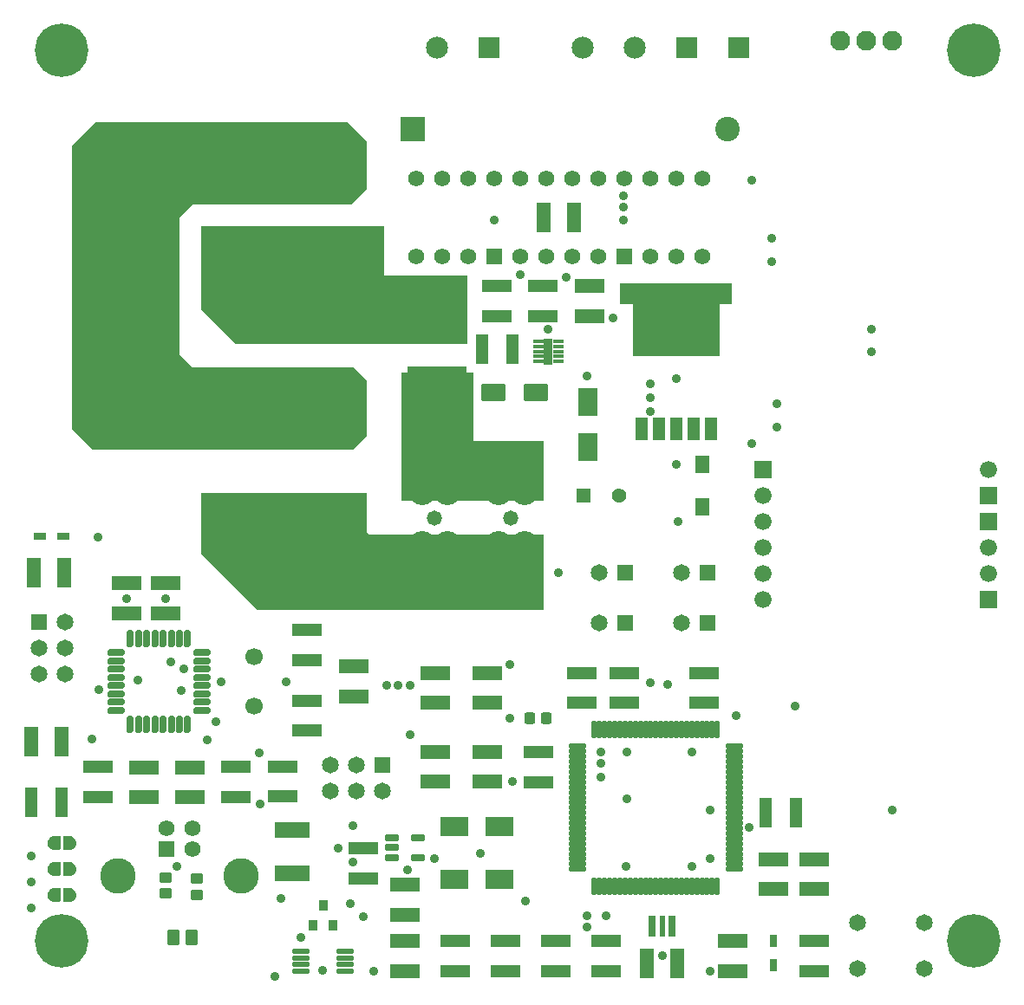
<source format=gbr>
%TF.GenerationSoftware,Altium Limited,Altium Designer,25.2.1 (25)*%
G04 Layer_Color=8388736*
%FSLAX43Y43*%
%MOMM*%
%TF.SameCoordinates,6D6D3FC4-1071-40F2-90B5-7F3D85A4C3A5*%
%TF.FilePolarity,Negative*%
%TF.FileFunction,Soldermask,Top*%
%TF.Part,Single*%
G01*
G75*
%TA.AperFunction,SMDPad,CuDef*%
%ADD82R,0.840X2.590*%
%ADD83R,1.000X0.450*%
%ADD84R,5.750X2.850*%
G04:AMPARAMS|DCode=85|XSize=2.36mm|YSize=1.68mm|CornerRadius=0.19mm|HoleSize=0mm|Usage=FLASHONLY|Rotation=180.000|XOffset=0mm|YOffset=0mm|HoleType=Round|Shape=RoundedRectangle|*
%AMROUNDEDRECTD85*
21,1,2.360,1.301,0,0,180.0*
21,1,1.981,1.680,0,0,180.0*
1,1,0.380,-0.990,0.650*
1,1,0.380,0.990,0.650*
1,1,0.380,0.990,-0.650*
1,1,0.380,-0.990,-0.650*
%
%ADD85ROUNDEDRECTD85*%
%ADD86R,1.950X2.800*%
%ADD87R,1.385X2.060*%
%ADD88R,8.480X7.140*%
%ADD89R,1.170X2.310*%
G04:AMPARAMS|DCode=90|XSize=1.05mm|YSize=1.12mm|CornerRadius=0.21mm|HoleSize=0mm|Usage=FLASHONLY|Rotation=180.000|XOffset=0mm|YOffset=0mm|HoleType=Round|Shape=RoundedRectangle|*
%AMROUNDEDRECTD90*
21,1,1.050,0.700,0,0,180.0*
21,1,0.630,1.120,0,0,180.0*
1,1,0.420,-0.315,0.350*
1,1,0.420,0.315,0.350*
1,1,0.420,0.315,-0.350*
1,1,0.420,-0.315,-0.350*
%
%ADD90ROUNDEDRECTD90*%
%ADD91R,0.650X1.275*%
%ADD92R,1.275X0.650*%
G04:AMPARAMS|DCode=93|XSize=1.62mm|YSize=0.7mm|CornerRadius=0.144mm|HoleSize=0mm|Usage=FLASHONLY|Rotation=180.000|XOffset=0mm|YOffset=0mm|HoleType=Round|Shape=RoundedRectangle|*
%AMROUNDEDRECTD93*
21,1,1.620,0.413,0,0,180.0*
21,1,1.333,0.700,0,0,180.0*
1,1,0.288,-0.666,0.206*
1,1,0.288,0.666,0.206*
1,1,0.288,0.666,-0.206*
1,1,0.288,-0.666,-0.206*
%
%ADD93ROUNDEDRECTD93*%
G04:AMPARAMS|DCode=94|XSize=0.7mm|YSize=1.62mm|CornerRadius=0.144mm|HoleSize=0mm|Usage=FLASHONLY|Rotation=180.000|XOffset=0mm|YOffset=0mm|HoleType=Round|Shape=RoundedRectangle|*
%AMROUNDEDRECTD94*
21,1,0.700,1.333,0,0,180.0*
21,1,0.413,1.620,0,0,180.0*
1,1,0.288,-0.206,0.666*
1,1,0.288,0.206,0.666*
1,1,0.288,0.206,-0.666*
1,1,0.288,-0.206,-0.666*
%
%ADD94ROUNDEDRECTD94*%
%ADD95R,0.950X1.050*%
%ADD96R,2.800X1.950*%
%ADD97R,2.870X1.310*%
%ADD98R,2.910X1.380*%
%ADD99R,1.380X2.910*%
G04:AMPARAMS|DCode=100|XSize=1.02mm|YSize=1.17mm|CornerRadius=0.184mm|HoleSize=0mm|Usage=FLASHONLY|Rotation=90.000|XOffset=0mm|YOffset=0mm|HoleType=Round|Shape=RoundedRectangle|*
%AMROUNDEDRECTD100*
21,1,1.020,0.803,0,0,90.0*
21,1,0.653,1.170,0,0,90.0*
1,1,0.368,0.401,0.326*
1,1,0.368,0.401,-0.326*
1,1,0.368,-0.401,-0.326*
1,1,0.368,-0.401,0.326*
%
%ADD100ROUNDEDRECTD100*%
G04:AMPARAMS|DCode=101|XSize=1.166mm|YSize=1.547mm|CornerRadius=0.202mm|HoleSize=0mm|Usage=FLASHONLY|Rotation=180.000|XOffset=0mm|YOffset=0mm|HoleType=Round|Shape=RoundedRectangle|*
%AMROUNDEDRECTD101*
21,1,1.166,1.143,0,0,180.0*
21,1,0.762,1.547,0,0,180.0*
1,1,0.404,-0.381,0.572*
1,1,0.404,0.381,0.572*
1,1,0.404,0.381,-0.572*
1,1,0.404,-0.381,-0.572*
%
%ADD101ROUNDEDRECTD101*%
%ADD102R,3.350X1.650*%
%ADD103R,1.310X2.870*%
%ADD104R,1.450X1.800*%
G04:AMPARAMS|DCode=105|XSize=1.62mm|YSize=0.55mm|CornerRadius=0.125mm|HoleSize=0mm|Usage=FLASHONLY|Rotation=0.000|XOffset=0mm|YOffset=0mm|HoleType=Round|Shape=RoundedRectangle|*
%AMROUNDEDRECTD105*
21,1,1.620,0.300,0,0,0.0*
21,1,1.370,0.550,0,0,0.0*
1,1,0.250,0.685,-0.150*
1,1,0.250,-0.685,-0.150*
1,1,0.250,-0.685,0.150*
1,1,0.250,0.685,0.150*
%
%ADD105ROUNDEDRECTD105*%
G04:AMPARAMS|DCode=106|XSize=0.43mm|YSize=1.75mm|CornerRadius=0.11mm|HoleSize=0mm|Usage=FLASHONLY|Rotation=0.000|XOffset=0mm|YOffset=0mm|HoleType=Round|Shape=RoundedRectangle|*
%AMROUNDEDRECTD106*
21,1,0.430,1.530,0,0,0.0*
21,1,0.210,1.750,0,0,0.0*
1,1,0.220,0.105,-0.765*
1,1,0.220,-0.105,-0.765*
1,1,0.220,-0.105,0.765*
1,1,0.220,0.105,0.765*
%
%ADD106ROUNDEDRECTD106*%
G04:AMPARAMS|DCode=107|XSize=1.75mm|YSize=0.43mm|CornerRadius=0.11mm|HoleSize=0mm|Usage=FLASHONLY|Rotation=0.000|XOffset=0mm|YOffset=0mm|HoleType=Round|Shape=RoundedRectangle|*
%AMROUNDEDRECTD107*
21,1,1.750,0.210,0,0,0.0*
21,1,1.530,0.430,0,0,0.0*
1,1,0.220,0.765,-0.105*
1,1,0.220,-0.765,-0.105*
1,1,0.220,-0.765,0.105*
1,1,0.220,0.765,0.105*
%
%ADD107ROUNDEDRECTD107*%
%ADD108R,0.550X2.050*%
%ADD109R,0.750X2.050*%
G04:AMPARAMS|DCode=110|XSize=1.36mm|YSize=0.74mm|CornerRadius=0.223mm|HoleSize=0mm|Usage=FLASHONLY|Rotation=0.000|XOffset=0mm|YOffset=0mm|HoleType=Round|Shape=RoundedRectangle|*
%AMROUNDEDRECTD110*
21,1,1.360,0.295,0,0,0.0*
21,1,0.915,0.740,0,0,0.0*
1,1,0.445,0.458,-0.148*
1,1,0.445,-0.458,-0.148*
1,1,0.445,-0.458,0.148*
1,1,0.445,0.458,0.148*
%
%ADD110ROUNDEDRECTD110*%
%TA.AperFunction,ComponentPad*%
%ADD111C,1.650*%
%ADD112R,1.650X1.650*%
%ADD113C,2.550*%
%ADD114C,1.475*%
%ADD115C,1.558*%
%ADD116R,1.558X1.558*%
%ADD117C,3.466*%
%ADD118C,1.674*%
%ADD119R,1.674X1.674*%
%ADD120C,3.150*%
%ADD121R,3.150X3.150*%
%ADD122C,1.575*%
%ADD123R,1.575X1.575*%
%ADD124C,2.150*%
%ADD125R,2.150X2.150*%
%ADD126R,2.400X2.400*%
%ADD127C,2.400*%
%ADD128R,1.650X1.650*%
%ADD129C,1.650*%
%ADD130C,1.700*%
%ADD131C,1.950*%
%ADD132C,1.425*%
%ADD133R,1.425X1.425*%
%TA.AperFunction,ViaPad*%
%ADD134C,5.230*%
%ADD135C,0.900*%
G36*
X35941Y69523D02*
X44069D01*
Y62865D01*
X21463D01*
X18140Y66188D01*
Y74300D01*
X35941D01*
Y69523D01*
D02*
G37*
G36*
X32380Y84460D02*
X34300Y82540D01*
Y77988D01*
X32812Y76500D01*
X17318D01*
X16000Y75182D01*
Y61724D01*
X17224Y60500D01*
X33000D01*
X34300Y59200D01*
Y53858D01*
X32902Y52460D01*
X7484D01*
X5500Y54444D01*
Y82208D01*
X7752Y84460D01*
X32380D01*
Y84460D01*
D02*
G37*
G36*
X44648Y53340D02*
X51562D01*
Y47498D01*
X37648D01*
Y60000D01*
X44648D01*
Y53340D01*
D02*
G37*
G36*
X34300Y44450D02*
X34554Y44196D01*
X51562D01*
Y36807D01*
X23633D01*
X18140Y42300D01*
Y48300D01*
X34300D01*
Y44450D01*
D02*
G37*
G36*
X5293Y14754D02*
X5386Y14740D01*
X5398Y14737D01*
X5488Y14708D01*
X5498Y14703D01*
X5583Y14660D01*
X5589Y14656D01*
X5593Y14654D01*
X5669Y14599D01*
X5678Y14591D01*
X5745Y14524D01*
X5753Y14515D01*
X5753Y14515D01*
X5808Y14439D01*
X5810Y14435D01*
X5814Y14429D01*
X5857Y14344D01*
X5862Y14334D01*
X5891Y14244D01*
X5894Y14232D01*
X5908Y14139D01*
X5909Y14127D01*
Y14127D01*
D01*
Y14033D01*
X5908Y14021D01*
X5894Y13928D01*
X5891Y13916D01*
X5862Y13826D01*
X5857Y13816D01*
X5814Y13731D01*
X5810Y13725D01*
X5808Y13721D01*
X5753Y13645D01*
X5745Y13636D01*
X5678Y13569D01*
X5669Y13561D01*
X5669Y13561D01*
X5593Y13506D01*
X5589Y13504D01*
X5583Y13500D01*
X5498Y13457D01*
X5488Y13452D01*
X5398Y13423D01*
X5386Y13420D01*
X5293Y13406D01*
X5281Y13405D01*
X5281D01*
X5281D01*
X5234Y13405D01*
X4726D01*
X4714Y13406D01*
X4703Y13408D01*
X4692Y13413D01*
X4682Y13419D01*
X4673Y13427D01*
X4665Y13436D01*
X4659Y13446D01*
X4654Y13457D01*
X4652Y13468D01*
X4651Y13480D01*
Y14680D01*
X4652Y14692D01*
X4654Y14703D01*
X4659Y14714D01*
X4665Y14724D01*
X4673Y14733D01*
X4682Y14741D01*
X4692Y14747D01*
X4703Y14752D01*
X4714Y14754D01*
X4726Y14755D01*
X5281D01*
X5293Y14754D01*
D02*
G37*
G36*
X4286D02*
X4297Y14752D01*
X4308Y14747D01*
X4318Y14741D01*
X4327Y14733D01*
X4335Y14724D01*
X4341Y14714D01*
X4346Y14703D01*
X4348Y14692D01*
X4349Y14680D01*
Y13480D01*
X4348Y13468D01*
X4346Y13457D01*
X4341Y13446D01*
X4335Y13436D01*
X4327Y13427D01*
X4318Y13419D01*
X4308Y13413D01*
X4297Y13408D01*
X4286Y13406D01*
X4274Y13405D01*
X3766D01*
X3766Y13405D01*
X3719D01*
D01*
X3719D01*
X3707Y13406D01*
X3614Y13420D01*
X3602Y13423D01*
X3512Y13452D01*
X3502Y13457D01*
X3417Y13500D01*
X3411Y13504D01*
X3407Y13506D01*
X3331Y13561D01*
X3331Y13561D01*
X3322Y13569D01*
X3255Y13636D01*
X3247Y13645D01*
X3192Y13721D01*
X3190Y13725D01*
X3186Y13731D01*
X3143Y13816D01*
X3138Y13826D01*
X3109Y13916D01*
X3106Y13928D01*
X3092Y14021D01*
X3091Y14033D01*
Y14127D01*
D01*
Y14127D01*
X3092Y14139D01*
X3106Y14232D01*
X3109Y14244D01*
X3138Y14334D01*
X3143Y14344D01*
X3186Y14429D01*
X3190Y14435D01*
X3192Y14439D01*
X3247Y14515D01*
X3247Y14515D01*
X3255Y14524D01*
X3322Y14591D01*
X3331Y14599D01*
X3407Y14654D01*
X3411Y14656D01*
X3417Y14660D01*
X3502Y14703D01*
X3512Y14708D01*
X3602Y14737D01*
X3614Y14740D01*
X3707Y14754D01*
X3719Y14755D01*
X4274D01*
X4286Y14754D01*
D02*
G37*
G36*
X5293Y12214D02*
X5386Y12200D01*
X5398Y12197D01*
X5488Y12168D01*
X5498Y12163D01*
X5583Y12120D01*
X5589Y12116D01*
X5593Y12114D01*
X5669Y12059D01*
X5678Y12051D01*
X5745Y11984D01*
X5753Y11975D01*
X5753Y11975D01*
X5808Y11899D01*
X5810Y11895D01*
X5814Y11889D01*
X5857Y11804D01*
X5862Y11794D01*
X5891Y11704D01*
X5894Y11692D01*
X5908Y11599D01*
X5909Y11587D01*
Y11587D01*
D01*
Y11493D01*
X5908Y11481D01*
X5894Y11388D01*
X5891Y11376D01*
X5862Y11286D01*
X5857Y11276D01*
X5814Y11191D01*
X5810Y11185D01*
X5808Y11181D01*
X5753Y11105D01*
X5745Y11096D01*
X5678Y11029D01*
X5669Y11021D01*
X5669Y11021D01*
X5593Y10966D01*
X5589Y10964D01*
X5583Y10960D01*
X5498Y10917D01*
X5488Y10912D01*
X5398Y10883D01*
X5386Y10880D01*
X5293Y10866D01*
X5281Y10865D01*
X5281D01*
X5281D01*
X5234Y10865D01*
X4726D01*
X4714Y10866D01*
X4703Y10868D01*
X4692Y10873D01*
X4682Y10879D01*
X4673Y10887D01*
X4665Y10896D01*
X4659Y10906D01*
X4654Y10917D01*
X4652Y10928D01*
X4651Y10940D01*
Y12140D01*
X4652Y12152D01*
X4654Y12163D01*
X4659Y12174D01*
X4665Y12184D01*
X4673Y12193D01*
X4682Y12201D01*
X4692Y12207D01*
X4703Y12212D01*
X4714Y12214D01*
X4726Y12215D01*
X5281D01*
X5293Y12214D01*
D02*
G37*
G36*
X4286D02*
X4297Y12212D01*
X4308Y12207D01*
X4318Y12201D01*
X4327Y12193D01*
X4335Y12184D01*
X4341Y12174D01*
X4346Y12163D01*
X4348Y12152D01*
X4349Y12140D01*
Y10940D01*
X4348Y10928D01*
X4346Y10917D01*
X4341Y10906D01*
X4335Y10896D01*
X4327Y10887D01*
X4318Y10879D01*
X4308Y10873D01*
X4297Y10868D01*
X4286Y10866D01*
X4274Y10865D01*
X3766D01*
X3766Y10865D01*
X3719D01*
D01*
X3719D01*
X3707Y10866D01*
X3614Y10880D01*
X3602Y10883D01*
X3512Y10912D01*
X3502Y10917D01*
X3417Y10960D01*
X3411Y10964D01*
X3407Y10966D01*
X3331Y11021D01*
X3331Y11021D01*
X3322Y11029D01*
X3255Y11096D01*
X3247Y11105D01*
X3192Y11181D01*
X3190Y11185D01*
X3186Y11191D01*
X3143Y11276D01*
X3138Y11286D01*
X3109Y11376D01*
X3106Y11388D01*
X3092Y11481D01*
X3091Y11493D01*
Y11587D01*
D01*
Y11587D01*
X3092Y11599D01*
X3106Y11692D01*
X3109Y11704D01*
X3138Y11794D01*
X3143Y11804D01*
X3186Y11889D01*
X3190Y11895D01*
X3192Y11899D01*
X3247Y11975D01*
X3247Y11975D01*
X3255Y11984D01*
X3322Y12051D01*
X3331Y12059D01*
X3407Y12114D01*
X3411Y12116D01*
X3417Y12120D01*
X3502Y12163D01*
X3512Y12168D01*
X3602Y12197D01*
X3614Y12200D01*
X3707Y12214D01*
X3719Y12215D01*
X4274D01*
X4286Y12214D01*
D02*
G37*
G36*
X5293Y9674D02*
X5386Y9660D01*
X5398Y9657D01*
X5488Y9628D01*
X5498Y9623D01*
X5583Y9580D01*
X5589Y9576D01*
X5593Y9574D01*
X5669Y9519D01*
X5669Y9519D01*
X5678Y9511D01*
X5745Y9444D01*
X5753Y9435D01*
X5808Y9359D01*
X5810Y9355D01*
X5814Y9349D01*
X5857Y9264D01*
X5862Y9254D01*
X5891Y9164D01*
X5894Y9152D01*
X5908Y9059D01*
X5909Y9047D01*
Y8953D01*
D01*
Y8953D01*
X5908Y8941D01*
X5894Y8848D01*
X5891Y8836D01*
X5862Y8746D01*
X5857Y8736D01*
X5814Y8651D01*
X5810Y8645D01*
X5808Y8641D01*
X5753Y8565D01*
X5753Y8565D01*
X5745Y8556D01*
X5678Y8489D01*
X5669Y8481D01*
X5593Y8426D01*
X5589Y8424D01*
X5583Y8420D01*
X5498Y8377D01*
X5488Y8372D01*
X5398Y8343D01*
X5386Y8340D01*
X5293Y8326D01*
X5281Y8325D01*
X4726D01*
X4714Y8326D01*
X4703Y8328D01*
X4692Y8333D01*
X4682Y8339D01*
X4673Y8347D01*
X4665Y8356D01*
X4659Y8366D01*
X4654Y8377D01*
X4652Y8388D01*
X4651Y8400D01*
Y9600D01*
X4652Y9612D01*
X4654Y9623D01*
X4659Y9634D01*
X4665Y9644D01*
X4673Y9653D01*
X4682Y9661D01*
X4692Y9667D01*
X4703Y9672D01*
X4714Y9674D01*
X4726Y9675D01*
X5234D01*
X5234Y9675D01*
X5281D01*
D01*
X5281D01*
X5293Y9674D01*
D02*
G37*
G36*
X3766Y9675D02*
X4274D01*
X4286Y9674D01*
X4297Y9672D01*
X4308Y9667D01*
X4318Y9661D01*
X4327Y9653D01*
X4335Y9644D01*
X4341Y9634D01*
X4346Y9623D01*
X4348Y9612D01*
X4349Y9600D01*
Y8400D01*
X4348Y8388D01*
X4346Y8377D01*
X4341Y8366D01*
X4335Y8356D01*
X4327Y8347D01*
X4318Y8339D01*
X4308Y8333D01*
X4297Y8328D01*
X4286Y8326D01*
X4274Y8325D01*
X3719D01*
X3707Y8326D01*
X3614Y8340D01*
X3602Y8343D01*
X3512Y8372D01*
X3502Y8377D01*
X3417Y8420D01*
X3411Y8424D01*
X3407Y8426D01*
X3331Y8481D01*
X3322Y8489D01*
X3255Y8556D01*
X3247Y8565D01*
X3247Y8565D01*
X3192Y8641D01*
X3190Y8645D01*
X3186Y8651D01*
X3143Y8736D01*
X3138Y8746D01*
X3109Y8836D01*
X3106Y8848D01*
X3092Y8941D01*
X3091Y8953D01*
Y8953D01*
D01*
Y9047D01*
X3092Y9059D01*
X3106Y9152D01*
X3109Y9164D01*
X3138Y9254D01*
X3143Y9264D01*
X3186Y9349D01*
X3190Y9355D01*
X3192Y9359D01*
X3247Y9435D01*
X3255Y9444D01*
X3322Y9511D01*
X3331Y9519D01*
X3331Y9519D01*
X3407Y9574D01*
X3411Y9576D01*
X3417Y9580D01*
X3502Y9623D01*
X3512Y9628D01*
X3602Y9657D01*
X3614Y9660D01*
X3707Y9674D01*
X3719Y9675D01*
X3719D01*
X3719D01*
X3766Y9675D01*
D02*
G37*
D82*
X52000Y62100D02*
D03*
D83*
X52950Y63100D02*
D03*
Y62600D02*
D03*
Y62100D02*
D03*
Y61600D02*
D03*
Y61100D02*
D03*
X51050D02*
D03*
Y61600D02*
D03*
Y62100D02*
D03*
Y62600D02*
D03*
Y63100D02*
D03*
D84*
X41148Y67523D02*
D03*
Y59223D02*
D03*
D85*
X46650Y58100D02*
D03*
X50750D02*
D03*
D86*
X55880Y52791D02*
D03*
Y57191D02*
D03*
D87*
X59717Y67715D02*
D03*
X69283D02*
D03*
D88*
X64500Y65175D02*
D03*
D89*
X67900Y54500D02*
D03*
X66200D02*
D03*
X64500D02*
D03*
X62800D02*
D03*
X61100D02*
D03*
D90*
X50215Y26289D02*
D03*
X51785D02*
D03*
D91*
X74000Y2133D02*
D03*
Y4457D02*
D03*
D92*
X2338Y44000D02*
D03*
X4662D02*
D03*
D93*
X9821Y27051D02*
D03*
Y27851D02*
D03*
Y28651D02*
D03*
Y29451D02*
D03*
Y30251D02*
D03*
Y31051D02*
D03*
Y31851D02*
D03*
Y32651D02*
D03*
X18161D02*
D03*
Y31851D02*
D03*
Y31051D02*
D03*
Y30251D02*
D03*
Y29451D02*
D03*
Y28651D02*
D03*
Y27851D02*
D03*
Y27051D02*
D03*
D94*
X16791Y25681D02*
D03*
X15991D02*
D03*
X15191D02*
D03*
X14391D02*
D03*
X13591D02*
D03*
X12791D02*
D03*
X11991D02*
D03*
X11191D02*
D03*
Y34021D02*
D03*
X11991D02*
D03*
X12791D02*
D03*
X13591D02*
D03*
X14391D02*
D03*
X15191D02*
D03*
X15991D02*
D03*
X16791D02*
D03*
D95*
X30000Y8000D02*
D03*
X30950Y6000D02*
D03*
X29050D02*
D03*
D96*
X47200Y10500D02*
D03*
X42800D02*
D03*
Y15700D02*
D03*
X47200D02*
D03*
D97*
X67183Y27735D02*
D03*
Y30685D02*
D03*
X51500Y68475D02*
D03*
Y65525D02*
D03*
X47000D02*
D03*
Y68475D02*
D03*
X28448Y27975D02*
D03*
Y25025D02*
D03*
X21500Y21475D02*
D03*
Y18525D02*
D03*
X78000Y1525D02*
D03*
Y4475D02*
D03*
X26035Y18591D02*
D03*
Y21541D02*
D03*
X8000Y18525D02*
D03*
Y21475D02*
D03*
X28448Y34876D02*
D03*
Y31926D02*
D03*
X57658Y1525D02*
D03*
Y4475D02*
D03*
X51000Y22975D02*
D03*
Y20025D02*
D03*
X33909Y13540D02*
D03*
Y10590D02*
D03*
X55245Y30685D02*
D03*
Y27735D02*
D03*
X59436Y30685D02*
D03*
Y27735D02*
D03*
X52738Y4475D02*
D03*
Y1525D02*
D03*
X47819Y4475D02*
D03*
Y1525D02*
D03*
X42899Y4475D02*
D03*
Y1525D02*
D03*
D98*
X56000Y65534D02*
D03*
Y68466D02*
D03*
X17020Y21466D02*
D03*
Y18534D02*
D03*
X12520Y21466D02*
D03*
Y18534D02*
D03*
X38000Y1534D02*
D03*
Y4466D02*
D03*
X70000Y4492D02*
D03*
Y1560D02*
D03*
X41000Y22966D02*
D03*
Y20034D02*
D03*
X46010Y22966D02*
D03*
Y20034D02*
D03*
Y30676D02*
D03*
Y27744D02*
D03*
X41000Y30676D02*
D03*
Y27744D02*
D03*
X14600Y39466D02*
D03*
Y36534D02*
D03*
X10800Y39466D02*
D03*
Y36534D02*
D03*
X33000Y28385D02*
D03*
Y31317D02*
D03*
X78000Y12466D02*
D03*
Y9534D02*
D03*
X74000Y12466D02*
D03*
Y9534D02*
D03*
X38000Y9966D02*
D03*
Y7034D02*
D03*
D99*
X1767Y40500D02*
D03*
X4699D02*
D03*
X4466Y24000D02*
D03*
X1534D02*
D03*
X51564Y75184D02*
D03*
X54496D02*
D03*
X64585Y2325D02*
D03*
X61653D02*
D03*
D100*
X17653Y10577D02*
D03*
Y9017D02*
D03*
X14605Y10686D02*
D03*
Y9126D02*
D03*
D101*
X15367Y4826D02*
D03*
X17145D02*
D03*
D102*
X27000Y15297D02*
D03*
Y11097D02*
D03*
D103*
X4475Y18000D02*
D03*
X1525D02*
D03*
X48475Y62300D02*
D03*
X45525D02*
D03*
X76150Y17000D02*
D03*
X73200D02*
D03*
D104*
X67000Y51050D02*
D03*
Y46950D02*
D03*
D105*
X32150Y3475D02*
D03*
Y2825D02*
D03*
Y2175D02*
D03*
Y1525D02*
D03*
X27850D02*
D03*
Y2175D02*
D03*
Y2825D02*
D03*
Y3475D02*
D03*
D106*
X56500Y25180D02*
D03*
X57000D02*
D03*
X57500D02*
D03*
X58000D02*
D03*
X58500D02*
D03*
X59000D02*
D03*
X59500D02*
D03*
X60000D02*
D03*
X60500D02*
D03*
X61000D02*
D03*
X61500D02*
D03*
X62000D02*
D03*
X62500D02*
D03*
X63000D02*
D03*
X63500D02*
D03*
X64000D02*
D03*
X64500D02*
D03*
X65000D02*
D03*
X65500D02*
D03*
X66000D02*
D03*
X66500D02*
D03*
X67000D02*
D03*
X67500D02*
D03*
X68000D02*
D03*
X68500D02*
D03*
Y9820D02*
D03*
X68000D02*
D03*
X67500D02*
D03*
X67000D02*
D03*
X66500D02*
D03*
X66000D02*
D03*
X65500D02*
D03*
X65000D02*
D03*
X64500D02*
D03*
X64000D02*
D03*
X63500D02*
D03*
X63000D02*
D03*
X62500D02*
D03*
X62000D02*
D03*
X61500D02*
D03*
X61000D02*
D03*
X60500D02*
D03*
X60000D02*
D03*
X59500D02*
D03*
X59000D02*
D03*
X58500D02*
D03*
X58000D02*
D03*
X57500D02*
D03*
X57000D02*
D03*
X56500D02*
D03*
D107*
X70180Y23500D02*
D03*
Y23000D02*
D03*
Y22500D02*
D03*
Y22000D02*
D03*
Y21500D02*
D03*
Y21000D02*
D03*
Y20500D02*
D03*
Y20000D02*
D03*
Y19500D02*
D03*
Y19000D02*
D03*
Y18500D02*
D03*
Y18000D02*
D03*
Y17500D02*
D03*
Y17000D02*
D03*
Y16500D02*
D03*
Y16000D02*
D03*
Y15500D02*
D03*
Y15000D02*
D03*
Y14500D02*
D03*
Y14000D02*
D03*
Y13500D02*
D03*
Y13000D02*
D03*
Y12500D02*
D03*
Y12000D02*
D03*
Y11500D02*
D03*
X54820D02*
D03*
Y12000D02*
D03*
Y12500D02*
D03*
Y13000D02*
D03*
Y13500D02*
D03*
Y14000D02*
D03*
Y14500D02*
D03*
Y15000D02*
D03*
Y15500D02*
D03*
Y16000D02*
D03*
Y16500D02*
D03*
Y17000D02*
D03*
Y17500D02*
D03*
Y18000D02*
D03*
Y18500D02*
D03*
Y19000D02*
D03*
Y19500D02*
D03*
Y20000D02*
D03*
Y20500D02*
D03*
Y21000D02*
D03*
Y21500D02*
D03*
Y22000D02*
D03*
Y22500D02*
D03*
Y23000D02*
D03*
Y23500D02*
D03*
D108*
X63119Y5969D02*
D03*
D109*
X62169D02*
D03*
X64069D02*
D03*
D110*
X36745Y14550D02*
D03*
Y13600D02*
D03*
Y12650D02*
D03*
X39255D02*
D03*
Y14550D02*
D03*
D111*
X57000Y40500D02*
D03*
X65000Y40500D02*
D03*
X57000Y35560D02*
D03*
X65000D02*
D03*
X82221Y1742D02*
D03*
X88721D02*
D03*
X82221Y6242D02*
D03*
X88721D02*
D03*
X4826Y35687D02*
D03*
X2286Y33147D02*
D03*
X4826D02*
D03*
Y30607D02*
D03*
X35814Y19177D02*
D03*
X33274Y21717D02*
D03*
Y19177D02*
D03*
X30734Y21717D02*
D03*
Y19177D02*
D03*
D112*
X59540Y40500D02*
D03*
X67540Y40500D02*
D03*
X59540Y35560D02*
D03*
X67540D02*
D03*
X35814Y21717D02*
D03*
D113*
X42164Y51887D02*
D03*
X39664D02*
D03*
X42164Y48387D02*
D03*
X39664D02*
D03*
X42164Y43307D02*
D03*
X39664D02*
D03*
X42164Y39807D02*
D03*
X39664D02*
D03*
X47150D02*
D03*
X49650D02*
D03*
X47150Y43307D02*
D03*
X49650D02*
D03*
X47150Y48387D02*
D03*
X49650D02*
D03*
X47150Y51887D02*
D03*
X49650D02*
D03*
D114*
X40869Y45847D02*
D03*
X48355D02*
D03*
D115*
X14750Y15500D02*
D03*
X17250D02*
D03*
Y13500D02*
D03*
D116*
X14750D02*
D03*
D117*
X22020Y10800D02*
D03*
X9980D02*
D03*
D118*
X72947Y42926D02*
D03*
X94947Y50546D02*
D03*
Y42926D02*
D03*
Y40386D02*
D03*
X72947Y48006D02*
D03*
Y45466D02*
D03*
Y40386D02*
D03*
Y37846D02*
D03*
D119*
X94947Y48006D02*
D03*
Y45466D02*
D03*
Y37846D02*
D03*
X72947Y50546D02*
D03*
D120*
X31300Y71300D02*
D03*
X26220D02*
D03*
X21140D02*
D03*
X31300Y45300D02*
D03*
X26220D02*
D03*
X21140D02*
D03*
D121*
X31300Y81460D02*
D03*
X26220D02*
D03*
X21140D02*
D03*
X31300Y55460D02*
D03*
X26220D02*
D03*
X21140D02*
D03*
D122*
X67000Y71374D02*
D03*
X64460D02*
D03*
X61920D02*
D03*
X56840D02*
D03*
X54300D02*
D03*
X51760D02*
D03*
X49220D02*
D03*
X39060D02*
D03*
X41600D02*
D03*
X44140D02*
D03*
X67000Y78994D02*
D03*
X64460D02*
D03*
X61920D02*
D03*
X59380D02*
D03*
X56840D02*
D03*
X54300D02*
D03*
X51760D02*
D03*
X49220D02*
D03*
X39060D02*
D03*
X41600D02*
D03*
X44140D02*
D03*
X46680D02*
D03*
D123*
X59380Y71374D02*
D03*
X46680D02*
D03*
D124*
X41148Y91821D02*
D03*
X60420D02*
D03*
X55340D02*
D03*
D125*
X46228D02*
D03*
X70580D02*
D03*
X65500D02*
D03*
D126*
X38763Y83820D02*
D03*
D127*
X69463D02*
D03*
D128*
X2286Y35687D02*
D03*
D129*
Y30607D02*
D03*
D130*
X23241Y27411D02*
D03*
Y32291D02*
D03*
D131*
X85566Y92456D02*
D03*
X83026D02*
D03*
X80486D02*
D03*
D132*
X58950Y48018D02*
D03*
D133*
X55450D02*
D03*
D134*
X93500Y4500D02*
D03*
Y91500D02*
D03*
X4500D02*
D03*
Y4500D02*
D03*
D135*
X15748Y11811D02*
D03*
X64516Y51050D02*
D03*
X48260Y31496D02*
D03*
X58293Y65405D02*
D03*
X49276Y69596D02*
D03*
X85598Y17272D02*
D03*
X66040Y11811D02*
D03*
X59690Y22987D02*
D03*
X37338Y29464D02*
D03*
X38481Y24602D02*
D03*
X51943Y64262D02*
D03*
X52959Y40500D02*
D03*
X55753Y59690D02*
D03*
X61976Y58928D02*
D03*
X44700Y42370D02*
D03*
Y39370D02*
D03*
Y40870D02*
D03*
X48260Y26289D02*
D03*
X29972Y1651D02*
D03*
X18669Y24130D02*
D03*
X67818Y1524D02*
D03*
X40894Y12573D02*
D03*
X49784Y8382D02*
D03*
X61976Y29718D02*
D03*
Y56261D02*
D03*
Y57595D02*
D03*
X57150Y20500D02*
D03*
X70358Y26543D02*
D03*
X38481Y29464D02*
D03*
X36195D02*
D03*
X73787Y70866D02*
D03*
X32893Y15748D02*
D03*
X71882Y78867D02*
D03*
X73787Y73152D02*
D03*
X71882Y53086D02*
D03*
X74295Y54737D02*
D03*
Y57023D02*
D03*
X64516Y59436D02*
D03*
X76073Y27432D02*
D03*
X71628Y15621D02*
D03*
X67818Y12573D02*
D03*
X83566Y62103D02*
D03*
X25273Y1016D02*
D03*
X55753Y6985D02*
D03*
X27813Y4826D02*
D03*
X31496Y13589D02*
D03*
X32893Y12192D02*
D03*
X38275Y11430D02*
D03*
X32639Y8128D02*
D03*
X7433Y24257D02*
D03*
X23876Y17907D02*
D03*
X8001Y43942D02*
D03*
X11938Y29985D02*
D03*
X8128Y29083D02*
D03*
X53721Y69342D02*
D03*
X83566Y64262D02*
D03*
X59309Y77343D02*
D03*
Y76200D02*
D03*
X14600Y37910D02*
D03*
X10800Y37973D02*
D03*
X57150Y21844D02*
D03*
Y22987D02*
D03*
X59690Y18415D02*
D03*
X16129Y28956D02*
D03*
X19558Y25908D02*
D03*
X15113Y31750D02*
D03*
X16383Y31115D02*
D03*
X1524Y12827D02*
D03*
Y10287D02*
D03*
Y7747D02*
D03*
X26416Y29845D02*
D03*
X20066D02*
D03*
X23749Y22860D02*
D03*
X33926Y6858D02*
D03*
X55753Y5842D02*
D03*
X48514Y20066D02*
D03*
X64643Y45466D02*
D03*
X59309Y74930D02*
D03*
X46736D02*
D03*
X45339Y13081D02*
D03*
X63119Y3048D02*
D03*
X57658Y6985D02*
D03*
X67818Y17272D02*
D03*
X66040Y22987D02*
D03*
X59563Y11811D02*
D03*
X63627Y29591D02*
D03*
X34925Y1524D02*
D03*
X25908Y8636D02*
D03*
X8300Y75182D02*
D03*
Y61724D02*
D03*
Y67107D02*
D03*
Y72490D02*
D03*
Y64416D02*
D03*
Y69799D02*
D03*
Y59032D02*
D03*
Y56340D02*
D03*
Y77874D02*
D03*
Y80566D02*
D03*
X13200Y75182D02*
D03*
Y61724D02*
D03*
Y67107D02*
D03*
Y72490D02*
D03*
Y64416D02*
D03*
Y69799D02*
D03*
Y59032D02*
D03*
Y56340D02*
D03*
Y77874D02*
D03*
Y80566D02*
D03*
X10750D02*
D03*
Y77874D02*
D03*
Y56340D02*
D03*
Y59032D02*
D03*
Y69799D02*
D03*
Y64416D02*
D03*
Y72490D02*
D03*
Y67107D02*
D03*
Y61724D02*
D03*
Y75182D02*
D03*
X21140Y40870D02*
D03*
X31300D02*
D03*
X26220D02*
D03*
X28760D02*
D03*
X23680D02*
D03*
Y42370D02*
D03*
X28760D02*
D03*
X26220D02*
D03*
X31300D02*
D03*
X21140D02*
D03*
X23680Y39370D02*
D03*
X26220D02*
D03*
X31300D02*
D03*
X33840Y42370D02*
D03*
Y40870D02*
D03*
X28760Y39370D02*
D03*
X33840D02*
D03*
X42164Y54000D02*
D03*
X39664D02*
D03*
Y57000D02*
D03*
X42164D02*
D03*
Y55500D02*
D03*
X39664D02*
D03*
X33724Y65000D02*
D03*
X28760D02*
D03*
X33724Y66500D02*
D03*
Y68000D02*
D03*
X21140Y65000D02*
D03*
X31242D02*
D03*
X26220D02*
D03*
X23680D02*
D03*
X21140Y68000D02*
D03*
X31300D02*
D03*
X26220D02*
D03*
X28760D02*
D03*
X23680D02*
D03*
Y66500D02*
D03*
X28760D02*
D03*
X26220D02*
D03*
X31300D02*
D03*
X21140D02*
D03*
%TF.MD5,be0c5890a6ef3fc2518419dc73ac736a*%
M02*

</source>
